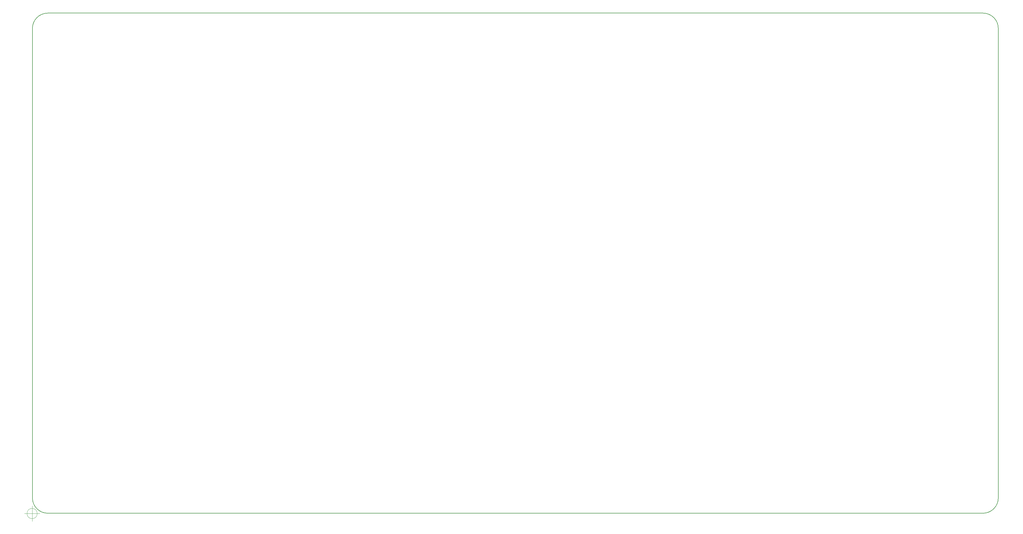
<source format=gm1>
G04 #@! TF.GenerationSoftware,KiCad,Pcbnew,(5.1.9)-1*
G04 #@! TF.CreationDate,2021-04-20T15:34:40+09:00*
G04 #@! TF.ProjectId,JupiterAdvanced,4a757069-7465-4724-9164-76616e636564,1*
G04 #@! TF.SameCoordinates,Original*
G04 #@! TF.FileFunction,Profile,NP*
%FSLAX46Y46*%
G04 Gerber Fmt 4.6, Leading zero omitted, Abs format (unit mm)*
G04 Created by KiCad (PCBNEW (5.1.9)-1) date 2021-04-20 15:34:40*
%MOMM*%
%LPD*%
G01*
G04 APERTURE LIST*
G04 #@! TA.AperFunction,Profile*
%ADD10C,0.050000*%
G04 #@! TD*
G04 #@! TA.AperFunction,Profile*
%ADD11C,0.200000*%
G04 #@! TD*
G04 APERTURE END LIST*
D10*
X61991666Y-244475000D02*
G75*
G03*
X61991666Y-244475000I-1666666J0D01*
G01*
X57825000Y-244475000D02*
X62825000Y-244475000D01*
X60325000Y-241975000D02*
X60325000Y-246975000D01*
D11*
X370226271Y-244375319D02*
X65426270Y-244375319D01*
X375226271Y-239375319D02*
G75*
G02*
X370226271Y-244375319I-5000000J0D01*
G01*
X375226271Y-86500319D02*
X375226271Y-239375319D01*
X370226270Y-81500320D02*
G75*
G02*
X375226271Y-86500319I1J-5000000D01*
G01*
X65426271Y-81500319D02*
X370226271Y-81500319D01*
X60426270Y-86500320D02*
G75*
G02*
X65426271Y-81500319I5000001J0D01*
G01*
X60426271Y-239375319D02*
X60426271Y-86500319D01*
X65426269Y-244375319D02*
G75*
G02*
X60426271Y-239375319I1J4999999D01*
G01*
M02*

</source>
